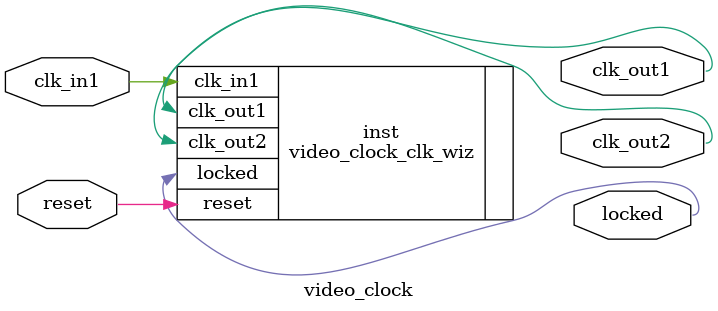
<source format=v>


`timescale 1ps/1ps

(* CORE_GENERATION_INFO = "video_clock,clk_wiz_v6_0_0_0,{component_name=video_clock,use_phase_alignment=true,use_min_o_jitter=false,use_max_i_jitter=false,use_dyn_phase_shift=false,use_inclk_switchover=false,use_dyn_reconfig=false,enable_axi=0,feedback_source=FDBK_AUTO,PRIMITIVE=MMCM,num_out_clk=2,clkin1_period=8.000,clkin2_period=10.000,use_power_down=false,use_reset=true,use_locked=true,use_inclk_stopped=false,feedback_type=SINGLE,CLOCK_MGR_TYPE=NA,manual_override=false}" *)

module video_clock 
 (
  // Clock out ports
  output        clk_out1,
  output        clk_out2,
  // Status and control signals
  input         reset,
  output        locked,
 // Clock in ports
  input         clk_in1
 );

  video_clock_clk_wiz inst
  (
  // Clock out ports  
  .clk_out1(clk_out1),
  .clk_out2(clk_out2),
  // Status and control signals               
  .reset(reset), 
  .locked(locked),
 // Clock in ports
  .clk_in1(clk_in1)
  );

endmodule

</source>
